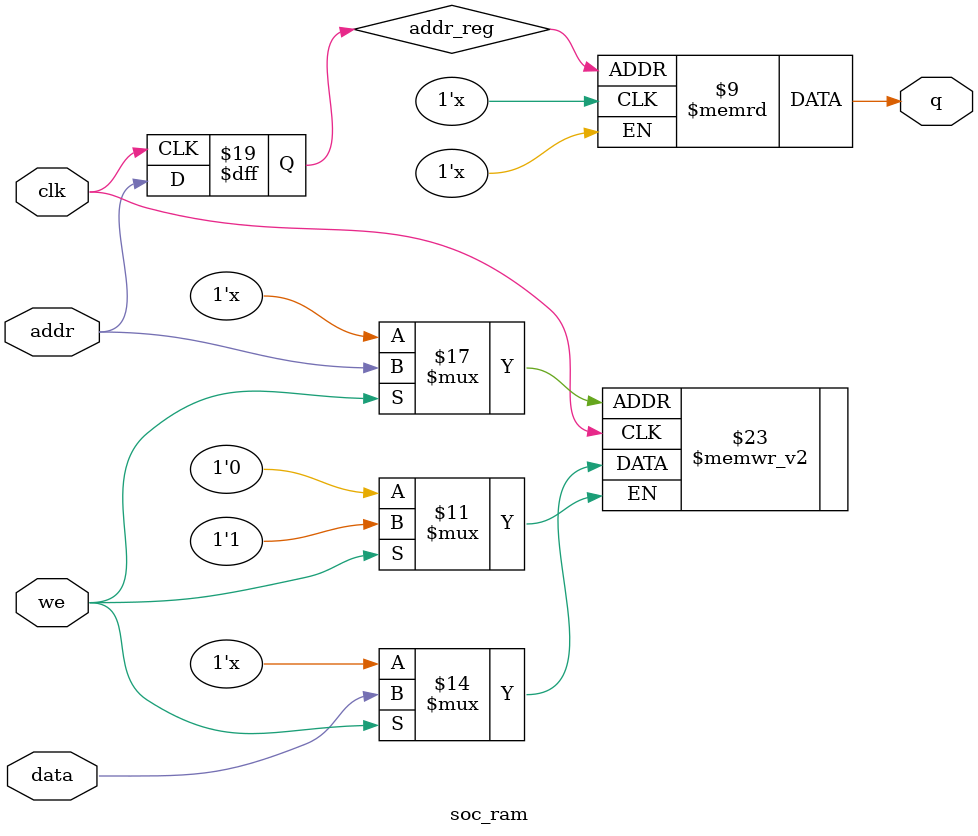
<source format=v>


module soc_ram( data, addr, we, clk, q );

  parameter DATA_WIDTH = 1;
  parameter ADDR_WIDTH = 1;
  parameter MEM_INIT = 0;
  
  input [(DATA_WIDTH-1):0] data;
  input [(ADDR_WIDTH-1):0] addr;
  input we;
  input clk;
  output [(DATA_WIDTH-1):0] q;
  
  // Declare the RAM variable
  reg [DATA_WIDTH-1:0] ram[2**ADDR_WIDTH-1:0];
  reg [ADDR_WIDTH-1:0] addr_reg;
  
  
  always @ (posedge clk)
    begin
      // Write
      if (we) ram[addr] <= data;
      addr_reg <= addr;
    end
  
  // Read returns NEW data at addr if we == 1'b1. This is the
  // natural behavior of TriMatrix memory blocks in Single Port
  // mode
  assign q = ram[addr_reg];

// 	generate 
// 		if( MEM_INIT != 0 )
// 		  initial
// 		    $readmemh( MEM_INIT, ram );
// 	endgenerate		    

endmodule
</source>
